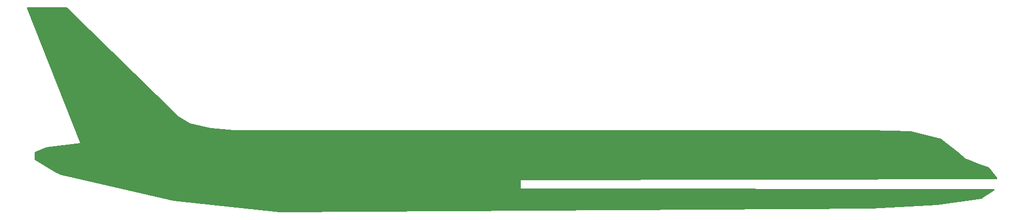
<source format=gtl>
%TF.GenerationSoftware,KiCad,Pcbnew,7.0.10*%
%TF.CreationDate,2024-11-15T18:21:46-05:00*%
%TF.ProjectId,plane_side_view,706c616e-655f-4736-9964-655f76696577,rev?*%
%TF.SameCoordinates,Original*%
%TF.FileFunction,Copper,L1,Top*%
%TF.FilePolarity,Positive*%
%FSLAX46Y46*%
G04 Gerber Fmt 4.6, Leading zero omitted, Abs format (unit mm)*
G04 Created by KiCad (PCBNEW 7.0.10) date 2024-11-15 18:21:46*
%MOMM*%
%LPD*%
G01*
G04 APERTURE LIST*
%TA.AperFunction,ViaPad*%
%ADD10C,0.800000*%
%TD*%
G04 APERTURE END LIST*
D10*
%TO.N,GND*%
X74930000Y-73660000D03*
X87630000Y-73660000D03*
X101600000Y-73660000D03*
X110490000Y-73660000D03*
X116840000Y-73660000D03*
%TD*%
%TA.AperFunction,Conductor*%
%TO.N,GND*%
G36*
X44721244Y-44470185D02*
G01*
X44740713Y-44485661D01*
X63077146Y-62341115D01*
X63079533Y-62343830D01*
X63081563Y-62345639D01*
X63084004Y-62347944D01*
X63086762Y-62349653D01*
X63090093Y-62351841D01*
X63093064Y-62353316D01*
X64941498Y-63470838D01*
X64944972Y-63473113D01*
X64945910Y-63473483D01*
X64950110Y-63474262D01*
X68279626Y-64224256D01*
X68280310Y-64224410D01*
X68284089Y-64225376D01*
X68288049Y-64225590D01*
X72162298Y-64555072D01*
X72167584Y-64555828D01*
X72171217Y-64555983D01*
X72176564Y-64555685D01*
X176075533Y-64555685D01*
X176079447Y-64555747D01*
X176183478Y-64559032D01*
X182866659Y-64770078D01*
X182892808Y-64773717D01*
X187932660Y-66033679D01*
X187981350Y-66058206D01*
X190542898Y-68164954D01*
X191821869Y-69216845D01*
X191826453Y-69221004D01*
X191827166Y-69221338D01*
X191832958Y-69223412D01*
X192516916Y-69511510D01*
X193925248Y-70104731D01*
X193929903Y-70107028D01*
X193934403Y-70108721D01*
X193939414Y-70110059D01*
X195647941Y-70677932D01*
X195705350Y-70717756D01*
X195707901Y-70721030D01*
X196969984Y-72397729D01*
X196994573Y-72463128D01*
X196979902Y-72531440D01*
X196930627Y-72580976D01*
X196871235Y-72596301D01*
X119037141Y-72798548D01*
X119035515Y-72798541D01*
X119033303Y-72798517D01*
X119032936Y-72798661D01*
X119032918Y-72798673D01*
X119032917Y-72798675D01*
X119032913Y-72798678D01*
X119032904Y-72798691D01*
X119032758Y-72799060D01*
X119032771Y-72801167D01*
X119032770Y-72802852D01*
X119022848Y-74132932D01*
X119022561Y-74134373D01*
X119022630Y-74157157D01*
X119022683Y-74157300D01*
X119046618Y-74157457D01*
X119047523Y-74157280D01*
X196472379Y-74216340D01*
X196539403Y-74236076D01*
X196585118Y-74288915D01*
X196595008Y-74358081D01*
X196565935Y-74421614D01*
X196540741Y-74443731D01*
X194511259Y-75787497D01*
X194459893Y-75806923D01*
X187194852Y-76817921D01*
X187185087Y-76818887D01*
X176405262Y-77456901D01*
X176398684Y-77457116D01*
X79614040Y-78041097D01*
X79600224Y-78040408D01*
X62237615Y-76200303D01*
X62222715Y-76197799D01*
X43821832Y-71937685D01*
X43804303Y-71932232D01*
X43615884Y-71857916D01*
X43485273Y-71805857D01*
X43421747Y-71780537D01*
X43421324Y-71780368D01*
X43229407Y-71703054D01*
X43228976Y-71702879D01*
X43048587Y-71629421D01*
X43031609Y-71620939D01*
X39511863Y-69511510D01*
X39464479Y-69460163D01*
X39451607Y-69405149D01*
X39451607Y-68249879D01*
X39471292Y-68182840D01*
X39524096Y-68137085D01*
X39529995Y-68134573D01*
X41388081Y-67399571D01*
X41417938Y-67391882D01*
X46888424Y-66691224D01*
X46895633Y-66690826D01*
X46897501Y-66690086D01*
X46897503Y-66690087D01*
X46897504Y-66690085D01*
X46897893Y-66689932D01*
X46897840Y-66689517D01*
X46897841Y-66689515D01*
X46897839Y-66689513D01*
X46897586Y-66687510D01*
X46894435Y-66680974D01*
X38167828Y-44620110D01*
X38161474Y-44550532D01*
X38193745Y-44488561D01*
X38254397Y-44453876D01*
X38283135Y-44450500D01*
X44654205Y-44450500D01*
X44721244Y-44470185D01*
G37*
%TD.AperFunction*%
%TD*%
M02*

</source>
